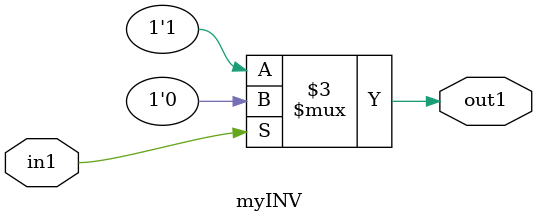
<source format=v>
module myINV(in1, out1);

	input in1;
	output out1;
	reg out1;
	
	always@(in1) begin
		if(in1) begin
			out1 = 0;
		end
		else begin
			out1 = 1;
		end
	end

endmodule
</source>
